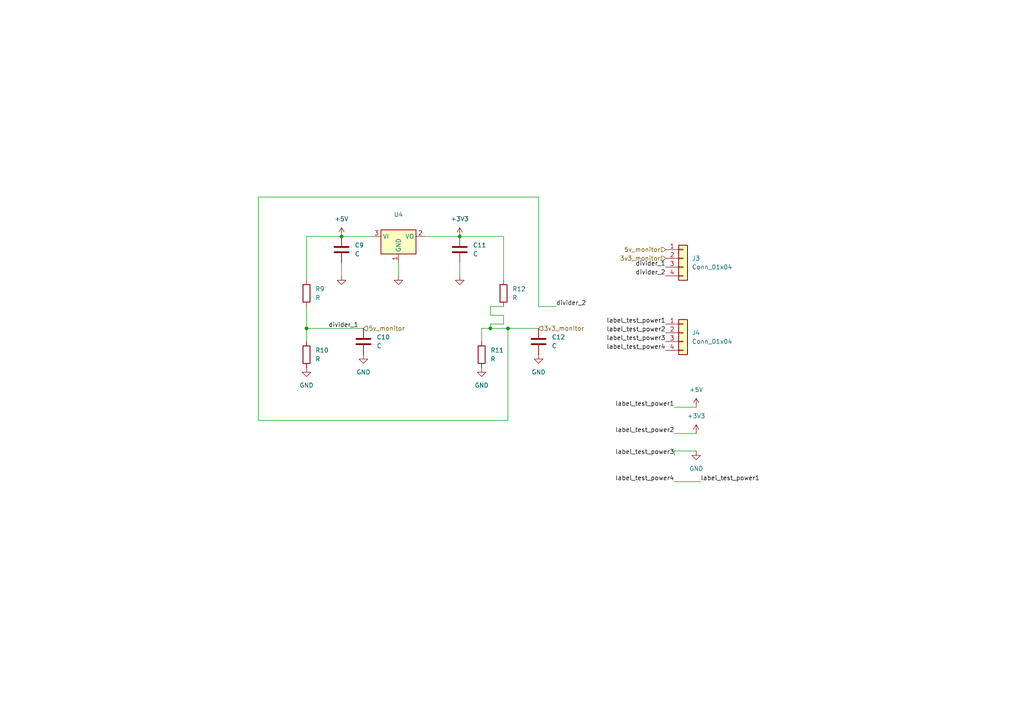
<source format=kicad_sch>
(kicad_sch (version 20231120) (generator "eeschema") (generator_version "8.0")
  (paper "A4")
  (lib_symbols
    (symbol "Connector_Generic:Conn_01x04" (pin_names (offset 1.016) hide)
      (property "Reference" "J" (at 0 5.08 0))
      (property "Value" "Conn_01x04" (at 0 -7.62 0))
      (symbol "Conn_01x04_1_1"
        (rectangle (start -1.27 -4.953) (end 0 -5.207) (stroke (width 0.1524)))
        (rectangle (start -1.27 -2.413) (end 0 -2.667) (stroke (width 0.1524)))
        (rectangle (start -1.27 0.127) (end 0 -0.127) (stroke (width 0.1524)))
        (rectangle (start -1.27 2.667) (end 0 2.413) (stroke (width 0.1524)))
        (rectangle (start -1.27 3.81) (end 1.27 -6.35) (stroke (width 0.254)) (fill (type background)))
        (pin passive line (at -5.08 2.54 0) (length 3.81) (name "Pin_1") (number "1"))
        (pin passive line (at -5.08 0 0) (length 3.81) (name "Pin_2") (number "2"))
        (pin passive line (at -5.08 -2.54 0) (length 3.81) (name "Pin_3") (number "3"))
        (pin passive line (at -5.08 -5.08 0) (length 3.81) (name "Pin_4") (number "4"))
      )
    )
    (symbol "Device:C" (pin_numbers hide) (pin_names (offset 0.254))
      (property "Reference" "C" (at 0.635 2.54 0))
      (property "Value" "C" (at 0.635 -2.54 0))
      (symbol "C_0_1"
        (polyline (pts (xy -2.032 -0.762) (xy 2.032 -0.762)) (stroke (width 0.508)))
        (polyline (pts (xy -2.032 0.762) (xy 2.032 0.762)) (stroke (width 0.508)))
      )
      (symbol "C_1_1"
        (pin passive line (at 0 3.81 270) (length 2.794) (name "~") (number "1"))
        (pin passive line (at 0 -3.81 90) (length 2.794) (name "~") (number "2"))
      )
    )
    (symbol "Device:R" (pin_numbers hide) (pin_names (offset 0))
      (property "Reference" "R" (at 2.032 0 90))
      (property "Value" "R" (at 0 0 90))
      (symbol "R_0_1"
        (rectangle (start -1.016 -2.54) (end 1.016 2.54) (stroke (width 0.254)))
      )
      (symbol "R_1_1"
        (pin passive line (at 0 3.81 270) (length 1.27) (name "~") (number "1"))
        (pin passive line (at 0 -3.81 90) (length 1.27) (name "~") (number "2"))
      )
    )
    (symbol "Regulator_Linear:NCP1117-3.3_SOT223"
      (property "Reference" "U" (at -3.81 3.175 0))
      (property "Value" "NCP1117-3.3_SOT223" (at 0 3.175 0))
      (symbol "NCP1117-3.3_SOT223_0_1"
        (rectangle (start -5.08 -5.08) (end 5.08 1.905) (stroke (width 0.254)) (fill (type background)))
      )
      (symbol "NCP1117-3.3_SOT223_1_1"
        (pin power_in line (at 0 -7.62 90) (length 2.54) (name "GND") (number "1"))
        (pin power_out line (at 7.62 0 180) (length 2.54) (name "VO") (number "2"))
        (pin power_in line (at -7.62 0 0) (length 2.54) (name "VI") (number "3"))
      )
    )
    (symbol "power:+3V3" (power) (pin_numbers hide) (pin_names (offset 0) hide)
      (property "Value" "+3V3" (at 0 3.556 0))
      (symbol "+3V3_0_1"
        (polyline (pts (xy -0.762 1.27) (xy 0 2.54)))
        (polyline (pts (xy 0 0) (xy 0 2.54)))
        (polyline (pts (xy 0 2.54) (xy 0.762 1.27)))
      )
      (symbol "+3V3_1_1"
        (pin power_in line (at 0 0 90) (length 0) (name "~") (number "1"))
      )
    )
    (symbol "power:+5V" (power) (pin_numbers hide) (pin_names (offset 0) hide)
      (property "Value" "+5V" (at 0 3.556 0))
      (symbol "+5V_0_1"
        (polyline (pts (xy -0.762 1.27) (xy 0 2.54)))
        (polyline (pts (xy 0 0) (xy 0 2.54)))
        (polyline (pts (xy 0 2.54) (xy 0.762 1.27)))
      )
      (symbol "+5V_1_1"
        (pin power_in line (at 0 0 90) (length 0) (name "~") (number "1"))
      )
    )
    (symbol "power:GND" (power) (pin_numbers hide) (pin_names (offset 0) hide)
      (property "Value" "GND" (at 0 -3.81 0))
      (symbol "GND_0_1"
        (polyline (pts (xy 0 0) (xy 0 -1.27) (xy 1.27 -1.27) (xy 0 -2.54) (xy -1.27 -1.27) (xy 0 -1.27)))
      )
      (symbol "GND_1_1"
        (pin power_in line (at 0 0 270) (length 0) (name "~") (number "1"))
      )
    )
  )
  (junction (at 88.9 95.25))
  (junction (at 99.06 68.58))
  (junction (at 147.32 95.25))
  (junction (at 133.35 68.58))
  (junction (at 142.24 95.25))
  (wire (pts (xy 88.9 88.9) (xy 88.9 95.25)))
  (wire (pts (xy 146.05 88.9) (xy 142.24 88.9)))
  (wire (pts (xy 156.21 57.15) (xy 74.93 57.15)))
  (wire (pts (xy 88.9 95.25) (xy 88.9 99.06)))
  (wire (pts (xy 146.05 68.58) (xy 133.35 68.58)))
  (wire (pts (xy 142.24 91.44) (xy 146.05 91.44)))
  (wire (pts (xy 201.93 130.81) (xy 195.58 130.81)))
  (wire (pts (xy 146.05 91.44) (xy 146.05 93.98)))
  (wire (pts (xy 146.05 93.98) (xy 142.24 93.98)))
  (wire (pts (xy 88.9 68.58) (xy 88.9 81.28)))
  (wire (pts (xy 195.58 139.7) (xy 203.2 139.7)))
  (wire (pts (xy 139.7 95.25) (xy 139.7 99.06)))
  (wire (pts (xy 99.06 80.01) (xy 99.06 76.2)))
  (wire (pts (xy 142.24 95.25) (xy 147.32 95.25)))
  (wire (pts (xy 142.24 88.9) (xy 142.24 91.44)))
  (wire (pts (xy 146.05 68.58) (xy 146.05 81.28)))
  (wire (pts (xy 195.58 125.73) (xy 201.93 125.73)))
  (wire (pts (xy 88.9 68.58) (xy 99.06 68.58)))
  (wire (pts (xy 133.35 80.01) (xy 133.35 76.2)))
  (wire (pts (xy 123.19 68.58) (xy 133.35 68.58)))
  (wire (pts (xy 88.9 95.25) (xy 105.41 95.25)))
  (wire (pts (xy 142.24 93.98) (xy 142.24 95.25)))
  (wire (pts (xy 195.58 130.81) (xy 195.58 132.08)))
  (wire (pts (xy 99.06 68.58) (xy 107.95 68.58)))
  (wire (pts (xy 74.93 57.15) (xy 74.93 121.92)))
  (wire (pts (xy 74.93 121.92) (xy 147.32 121.92)))
  (wire (pts (xy 195.58 118.11) (xy 201.93 118.11)))
  (wire (pts (xy 139.7 95.25) (xy 142.24 95.25)))
  (wire (pts (xy 115.57 80.01) (xy 115.57 76.2)))
  (wire (pts (xy 147.32 95.25) (xy 147.32 121.92)))
  (wire (pts (xy 161.29 88.9) (xy 156.21 88.9)))
  (wire (pts (xy 156.21 88.9) (xy 156.21 57.15)))
  (wire (pts (xy 147.32 95.25) (xy 156.21 95.25)))
  (label "label_test_power3" (at 193.04 99.06 180))
  (label "divider_1" (at 95.25 95.25 0))
  (label "label_test_power2" (at 195.58 125.73 180))
  (label "divider_1" (at 193.04 77.47 180))
  (label "label_test_power1" (at 195.58 118.11 180))
  (label "label_test_power4" (at 193.04 101.6 180))
  (label "divider_2" (at 161.29 88.9 0))
  (label "label_test_power3" (at 195.58 132.08 180))
  (label "label_test_power4" (at 195.58 139.7 180))
  (label "label_test_power2" (at 193.04 96.52 180))
  (label "label_test_power1" (at 193.04 93.98 180))
  (label "label_test_power1" (at 203.2 139.7 0))
  (label "divider_2" (at 193.04 80.01 180))
  (hierarchical_label "5v_monitor" (shape input) (at 193.04 72.39 180))
  (hierarchical_label "5v_monitor" (shape input) (at 105.41 95.25 0))
  (hierarchical_label "3v3_monitor" (shape input) (at 156.21 95.25 0))
  (hierarchical_label "3v3_monitor" (shape input) (at 193.04 74.93 180))
  (symbol (lib_id "Device:C") (at 133.35 72.39 0) (unit 1)
    (property "Reference" "C11" (at 137.16 71.1199 0) (effects (justify left)))
    (property "Value" "C" (at 137.16 73.6599 0) (effects (justify left)))
    (property "Footprint" "Capacitor_SMD:C_0603_1608Metric" (effects (hide yes)))
    (property "Description" "Unpolarized capacitor" (effects (hide yes)))
  )
  (symbol (lib_id "Regulator_Linear:NCP1117-3.3_SOT223") (at 115.57 68.58 0) (unit 1)
    (property "Reference" "U4" (at 115.57 62.23 0))
    (property "Value" "NCP1117-3.3_SOT223" (effects (hide yes)))
    (property "Footprint" "Package_TO_SOT_SMD:SOT-223-3_TabPin2" (effects (hide yes)))
    (property "Datasheet" "http://www.onsemi.com/pub_link/Collateral/NCP1117-D.PDF" (effects (hide yes)))
    (property "Description" "1A Low drop-out regulator, Fixed Output 3.3V, SOT-223" (effects (hide yes)))
  )
  (symbol (lib_id "power:+5V") (at 201.93 118.11 0) (unit 1)
    (property "Reference" "#PWR034" (effects (hide yes)))
    (property "Value" "+5V" (at 201.93 113.03 0))
    (property "Description" "Power symbol creates a global label with name \"+5V\"" (effects (hide yes)))
  )
  (symbol (lib_id "power:GND") (at 88.9 106.68 0) (unit 1)
    (property "Reference" "#PWR025" (effects (hide yes)))
    (property "Value" "GND" (at 88.9 111.76 0))
    (property "Description" "Power symbol creates a global label with name \"GND\" , ground" (effects (hide yes)))
  )
  (symbol (lib_id "Device:R") (at 146.05 85.09 0) (unit 1)
    (property "Reference" "R12" (at 148.59 83.8199 0) (effects (justify left)))
    (property "Value" "R" (at 148.59 86.3599 0) (effects (justify left)))
    (property "Footprint" "Resistor_SMD:R_0603_1608Metric" (effects (hide yes)))
    (property "Description" "Resistor" (effects (hide yes)))
  )
  (symbol (lib_id "power:GND") (at 201.93 130.81 0) (unit 1)
    (property "Reference" "#PWR036" (effects (hide yes)))
    (property "Value" "GND" (at 201.93 135.89 0))
    (property "Description" "Power symbol creates a global label with name \"GND\" , ground" (effects (hide yes)))
  )
  (symbol (lib_id "power:+5V") (at 99.06 68.58 0) (unit 1)
    (property "Reference" "#PWR026" (effects (hide yes)))
    (property "Value" "+5V" (at 99.06 63.5 0))
    (property "Description" "Power symbol creates a global label with name \"+5V\"" (effects (hide yes)))
  )
  (symbol (lib_id "power:GND") (at 139.7 106.68 0) (unit 1)
    (property "Reference" "#PWR032" (effects (hide yes)))
    (property "Value" "GND" (at 139.7 111.76 0))
    (property "Description" "Power symbol creates a global label with name \"GND\" , ground" (effects (hide yes)))
  )
  (symbol (lib_id "Connector_Generic:Conn_01x04") (at 198.12 74.93 0) (unit 1)
    (property "Reference" "J3" (at 200.66 74.9299 0) (effects (justify left)))
    (property "Value" "Conn_01x04" (at 200.66 77.4699 0) (effects (justify left)))
    (property "Description" "Generic connector, single row, 01x04, script generated (kicad-library-utils/schlib/autogen/connector/)" (effects (hide yes)))
  )
  (symbol (lib_id "power:GND") (at 99.06 80.01 0) (unit 1)
    (property "Reference" "#PWR027" (effects (hide yes)))
    (property "Value" "GND" (effects (hide yes)))
    (property "Description" "Power symbol creates a global label with name \"GND\" , ground" (effects (hide yes)))
  )
  (symbol (lib_id "Connector_Generic:Conn_01x04") (at 198.12 96.52 0) (unit 1)
    (property "Reference" "J4" (at 200.66 96.5199 0) (effects (justify left)))
    (property "Value" "Conn_01x04" (at 200.66 99.0599 0) (effects (justify left)))
    (property "Description" "Generic connector, single row, 01x04, script generated (kicad-library-utils/schlib/autogen/connector/)" (effects (hide yes)))
  )
  (symbol (lib_id "Device:R") (at 88.9 85.09 0) (unit 1)
    (property "Reference" "R9" (at 91.44 83.8199 0) (effects (justify left)))
    (property "Value" "R" (at 91.44 86.3599 0) (effects (justify left)))
    (property "Footprint" "Resistor_SMD:R_0603_1608Metric" (effects (hide yes)))
    (property "Description" "Resistor" (effects (hide yes)))
  )
  (symbol (lib_id "power:+3V3") (at 201.93 125.73 0) (unit 1)
    (property "Reference" "#PWR035" (effects (hide yes)))
    (property "Value" "+3V3" (at 201.93 120.65 0))
    (property "Description" "Power symbol creates a global label with name \"+3V3\"" (effects (hide yes)))
  )
  (symbol (lib_id "Device:R") (at 88.9 102.87 0) (unit 1)
    (property "Reference" "R10" (at 91.44 101.5999 0) (effects (justify left)))
    (property "Value" "R" (at 91.44 104.1399 0) (effects (justify left)))
    (property "Footprint" "Resistor_SMD:R_0603_1608Metric" (effects (hide yes)))
    (property "Description" "Resistor" (effects (hide yes)))
  )
  (symbol (lib_id "Device:C") (at 99.06 72.39 0) (unit 1)
    (property "Reference" "C9" (at 102.87 71.1199 0) (effects (justify left)))
    (property "Value" "C" (at 102.87 73.6599 0) (effects (justify left)))
    (property "Footprint" "Capacitor_SMD:C_0603_1608Metric" (effects (hide yes)))
    (property "Description" "Unpolarized capacitor" (effects (hide yes)))
  )
  (symbol (lib_id "power:GND") (at 156.21 102.87 0) (unit 1)
    (property "Reference" "#PWR033" (effects (hide yes)))
    (property "Value" "GND" (at 156.21 107.95 0))
    (property "Description" "Power symbol creates a global label with name \"GND\" , ground" (effects (hide yes)))
  )
  (symbol (lib_id "Device:C") (at 156.21 99.06 0) (unit 1)
    (property "Reference" "C12" (at 160.02 97.7899 0) (effects (justify left)))
    (property "Value" "C" (at 160.02 100.3299 0) (effects (justify left)))
    (property "Description" "Unpolarized capacitor" (effects (hide yes)))
  )
  (symbol (lib_id "power:GND") (at 105.41 102.87 0) (unit 1)
    (property "Reference" "#PWR028" (effects (hide yes)))
    (property "Value" "GND" (at 105.41 107.95 0))
    (property "Description" "Power symbol creates a global label with name \"GND\" , ground" (effects (hide yes)))
  )
  (symbol (lib_id "power:GND") (at 133.35 80.01 0) (unit 1)
    (property "Reference" "#PWR031" (effects (hide yes)))
    (property "Value" "GND" (effects (hide yes)))
    (property "Description" "Power symbol creates a global label with name \"GND\" , ground" (effects (hide yes)))
  )
  (symbol (lib_id "power:+3V3") (at 133.35 68.58 0) (unit 1)
    (property "Reference" "#PWR030" (effects (hide yes)))
    (property "Value" "+3V3" (at 133.35 63.5 0))
    (property "Description" "Power symbol creates a global label with name \"+3V3\"" (effects (hide yes)))
  )
  (symbol (lib_id "Device:C") (at 105.41 99.06 0) (unit 1)
    (property "Reference" "C10" (at 109.22 97.7899 0) (effects (justify left)))
    (property "Value" "C" (at 109.22 100.3299 0) (effects (justify left)))
    (property "Description" "Unpolarized capacitor" (effects (hide yes)))
  )
  (symbol (lib_id "power:GND") (at 115.57 80.01 0) (unit 1)
    (property "Reference" "#PWR029" (effects (hide yes)))
    (property "Value" "GND" (effects (hide yes)))
    (property "Description" "Power symbol creates a global label with name \"GND\" , ground" (effects (hide yes)))
  )
  (symbol (lib_id "Device:R") (at 139.7 102.87 0) (unit 1)
    (property "Reference" "R11" (at 142.24 101.5999 0) (effects (justify left)))
    (property "Value" "R" (at 142.24 104.1399 0) (effects (justify left)))
    (property "Footprint" "Resistor_SMD:R_0603_1608Metric" (effects (hide yes)))
    (property "Description" "Resistor" (effects (hide yes)))
  )
)
</source>
